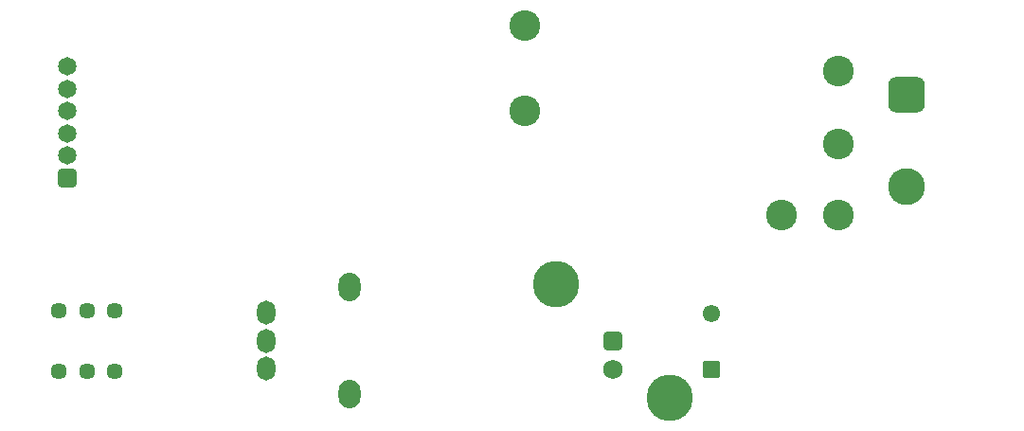
<source format=gbs>
G04*
G04 #@! TF.GenerationSoftware,Altium Limited,Altium Designer,25.6.2 (33)*
G04*
G04 Layer_Color=16711935*
%FSLAX44Y44*%
%MOMM*%
G71*
G04*
G04 #@! TF.SameCoordinates,321F6365-E8C5-40D8-95C8-D2BB24AFB59A*
G04*
G04*
G04 #@! TF.FilePolarity,Negative*
G04*
G01*
G75*
%ADD60O,1.6500X2.1500*%
%ADD61O,1.9500X2.5500*%
%ADD62C,1.7500*%
%ADD63C,4.1500*%
G04:AMPARAMS|DCode=64|XSize=1.75mm|YSize=1.75mm|CornerRadius=0.475mm|HoleSize=0mm|Usage=FLASHONLY|Rotation=90.000|XOffset=0mm|YOffset=0mm|HoleType=Round|Shape=RoundedRectangle|*
%AMROUNDEDRECTD64*
21,1,1.7500,0.8000,0,0,90.0*
21,1,0.8000,1.7500,0,0,90.0*
1,1,0.9500,0.4000,0.4000*
1,1,0.9500,0.4000,-0.4000*
1,1,0.9500,-0.4000,-0.4000*
1,1,0.9500,-0.4000,0.4000*
%
%ADD64ROUNDEDRECTD64*%
%ADD65C,2.7500*%
G04:AMPARAMS|DCode=66|XSize=1.55mm|YSize=1.55mm|CornerRadius=0.25mm|HoleSize=0mm|Usage=FLASHONLY|Rotation=90.000|XOffset=0mm|YOffset=0mm|HoleType=Round|Shape=RoundedRectangle|*
%AMROUNDEDRECTD66*
21,1,1.5500,1.0500,0,0,90.0*
21,1,1.0500,1.5500,0,0,90.0*
1,1,0.5000,0.5250,0.5250*
1,1,0.5000,0.5250,-0.5250*
1,1,0.5000,-0.5250,-0.5250*
1,1,0.5000,-0.5250,0.5250*
%
%ADD66ROUNDEDRECTD66*%
%ADD67C,1.5500*%
G04:AMPARAMS|DCode=68|XSize=3.3016mm|YSize=3.3016mm|CornerRadius=0.8508mm|HoleSize=0mm|Usage=FLASHONLY|Rotation=270.000|XOffset=0mm|YOffset=0mm|HoleType=Round|Shape=RoundedRectangle|*
%AMROUNDEDRECTD68*
21,1,3.3016,1.6000,0,0,270.0*
21,1,1.6000,3.3016,0,0,270.0*
1,1,1.7016,-0.8000,-0.8000*
1,1,1.7016,-0.8000,0.8000*
1,1,1.7016,0.8000,0.8000*
1,1,1.7016,0.8000,-0.8000*
%
%ADD68ROUNDEDRECTD68*%
%ADD69C,3.3016*%
%ADD70C,0.1500*%
%ADD71C,1.4500*%
G04:AMPARAMS|DCode=72|XSize=1.65mm|YSize=1.65mm|CornerRadius=0.2625mm|HoleSize=0mm|Usage=FLASHONLY|Rotation=180.000|XOffset=0mm|YOffset=0mm|HoleType=Round|Shape=RoundedRectangle|*
%AMROUNDEDRECTD72*
21,1,1.6500,1.1250,0,0,180.0*
21,1,1.1250,1.6500,0,0,180.0*
1,1,0.5250,-0.5625,0.5625*
1,1,0.5250,0.5625,0.5625*
1,1,0.5250,0.5625,-0.5625*
1,1,0.5250,-0.5625,-0.5625*
%
%ADD72ROUNDEDRECTD72*%
%ADD73C,1.6500*%
D60*
X240000Y80000D02*
D03*
Y55001D02*
D03*
Y105000D02*
D03*
D61*
X315000Y32001D02*
D03*
Y128000D02*
D03*
D62*
X550000Y54600D02*
D03*
D63*
X600800Y29200D02*
D03*
X499200Y130800D02*
D03*
D64*
X550000Y80000D02*
D03*
D65*
X471480Y362020D02*
D03*
X700680Y192520D02*
D03*
X751480Y321020D02*
D03*
Y256020D02*
D03*
X471480Y285820D02*
D03*
X751480Y192020D02*
D03*
D66*
X638000Y54250D02*
D03*
D67*
Y104250D02*
D03*
D68*
X812750Y300250D02*
D03*
D69*
Y217649D02*
D03*
D70*
X895000Y375000D02*
D03*
X110000Y80000D02*
D03*
X25000Y25000D02*
D03*
Y375000D02*
D03*
D71*
X55000Y53000D02*
D03*
X80000D02*
D03*
X105000D02*
D03*
X80000Y107000D02*
D03*
X105000D02*
D03*
X55000D02*
D03*
D72*
X62500Y225250D02*
D03*
D73*
Y285250D02*
D03*
Y245250D02*
D03*
Y305250D02*
D03*
Y265250D02*
D03*
Y325250D02*
D03*
M02*

</source>
